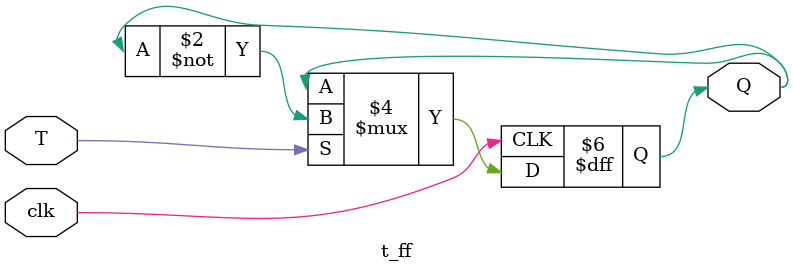
<source format=v>
module t_ff (
    input  T,
    input  clk,
    output reg Q
);
    always @(posedge clk) begin
        if (T)
            Q <= ~Q;   
        else
            Q <= Q;  
    end
endmodule



/*output
meenakshi@meenakshi-Inspiron-3501:~/verilog/t_ff$ vvp t_ff.out
VCD info: dumpfile t_ff.vcd opened for output.
time=0  clk=0 T=0 Q=x
time=5  clk=1 T=0 Q=x
time=10  clk=0 T=1 Q=x
time=15  clk=1 T=1 Q=x
time=20  clk=0 T=1 Q=x
time=25  clk=1 T=1 Q=x
time=30  clk=0 T=0 Q=x
time=35  clk=1 T=0 Q=x
time=40  clk=0 T=0 Q=x
time=45  clk=1 T=0 Q=x
time=50  clk=0 T=1 Q=x
time=55  clk=1 T=1 Q=x
time=60  clk=0 T=1 Q=x
time=65  clk=1 T=1 Q=x
time=70  clk=0 T=1 Q=x
time=75  clk=1 T=1 Q=x
time=80  clk=0 T=1 Q=x
time=85  clk=1 T=1 Q=x
t_ff_tb.v:21: $finish called at 90 (1s)
time=90  clk=0 T=1 Q=x
*/

</source>
